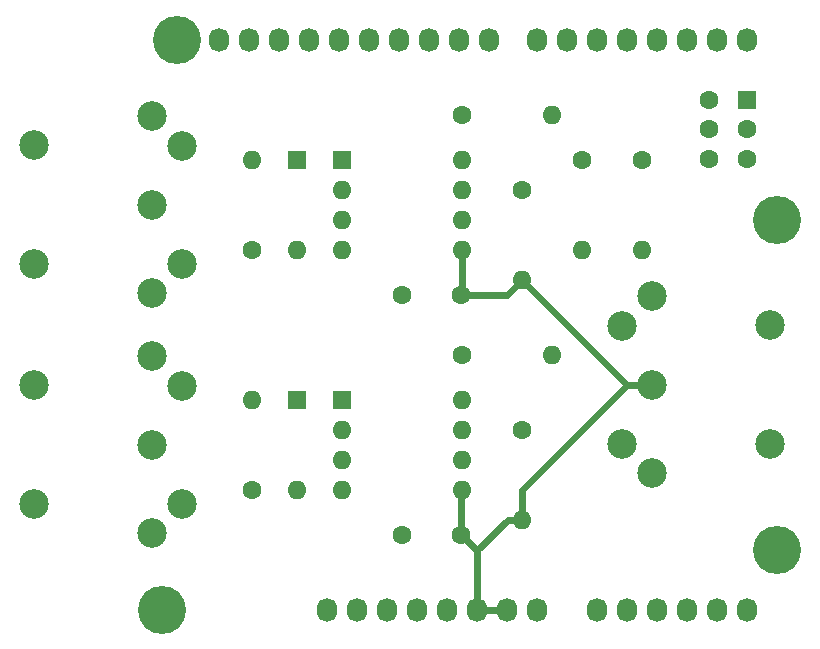
<source format=gbr>
%TF.GenerationSoftware,KiCad,Pcbnew,(6.0.5)*%
%TF.CreationDate,2022-06-13T14:52:15+01:00*%
%TF.ProjectId,ArduinoUnoMIDIMergeShield,41726475-696e-46f5-956e-6f4d4944494d,rev?*%
%TF.SameCoordinates,Original*%
%TF.FileFunction,Copper,L2,Bot*%
%TF.FilePolarity,Positive*%
%FSLAX46Y46*%
G04 Gerber Fmt 4.6, Leading zero omitted, Abs format (unit mm)*
G04 Created by KiCad (PCBNEW (6.0.5)) date 2022-06-13 14:52:15*
%MOMM*%
%LPD*%
G01*
G04 APERTURE LIST*
%TA.AperFunction,ComponentPad*%
%ADD10O,1.727200X2.032000*%
%TD*%
%TA.AperFunction,ComponentPad*%
%ADD11C,4.064000*%
%TD*%
%TA.AperFunction,ComponentPad*%
%ADD12R,1.600000X1.600000*%
%TD*%
%TA.AperFunction,ComponentPad*%
%ADD13O,1.600000X1.600000*%
%TD*%
%TA.AperFunction,WasherPad*%
%ADD14C,2.499360*%
%TD*%
%TA.AperFunction,ComponentPad*%
%ADD15C,2.499360*%
%TD*%
%TA.AperFunction,ComponentPad*%
%ADD16C,1.600000*%
%TD*%
%TA.AperFunction,Conductor*%
%ADD17C,0.600000*%
%TD*%
G04 APERTURE END LIST*
D10*
%TO.P,P1,1*%
%TO.N,Net-(P1-Pad1)*%
X138938000Y-123825000D03*
%TO.P,P1,2*%
%TO.N,/IOREF*%
X141478000Y-123825000D03*
%TO.P,P1,3*%
%TO.N,/Reset*%
X144018000Y-123825000D03*
%TO.P,P1,4*%
%TO.N,+3V3*%
X146558000Y-123825000D03*
%TO.P,P1,5*%
%TO.N,+5V*%
X149098000Y-123825000D03*
%TO.P,P1,6*%
%TO.N,GND*%
X151638000Y-123825000D03*
%TO.P,P1,7*%
X154178000Y-123825000D03*
%TO.P,P1,8*%
%TO.N,/Vin*%
X156718000Y-123825000D03*
%TD*%
%TO.P,P2,1*%
%TO.N,/A0*%
X161798000Y-123825000D03*
%TO.P,P2,2*%
%TO.N,/A1*%
X164338000Y-123825000D03*
%TO.P,P2,3*%
%TO.N,/A2*%
X166878000Y-123825000D03*
%TO.P,P2,4*%
%TO.N,/A3*%
X169418000Y-123825000D03*
%TO.P,P2,5*%
%TO.N,/A4(SDA)*%
X171958000Y-123825000D03*
%TO.P,P2,6*%
%TO.N,/A5(SCL)*%
X174498000Y-123825000D03*
%TD*%
%TO.P,P3,1*%
%TO.N,/A5(SCL)*%
X129794000Y-75565000D03*
%TO.P,P3,2*%
%TO.N,/A4(SDA)*%
X132334000Y-75565000D03*
%TO.P,P3,3*%
%TO.N,/AREF*%
X134874000Y-75565000D03*
%TO.P,P3,4*%
%TO.N,GND*%
X137414000Y-75565000D03*
%TO.P,P3,5*%
%TO.N,/13(SCK)*%
X139954000Y-75565000D03*
%TO.P,P3,6*%
%TO.N,/12(MISO)*%
X142494000Y-75565000D03*
%TO.P,P3,7*%
%TO.N,/11(\u002A\u002A/MOSI)*%
X145034000Y-75565000D03*
%TO.P,P3,8*%
%TO.N,/10(\u002A\u002A/SS)*%
X147574000Y-75565000D03*
%TO.P,P3,9*%
%TO.N,/9(\u002A\u002A)*%
X150114000Y-75565000D03*
%TO.P,P3,10*%
%TO.N,/8*%
X152654000Y-75565000D03*
%TD*%
%TO.P,P4,1*%
%TO.N,/7*%
X156718000Y-75565000D03*
%TO.P,P4,2*%
%TO.N,/6(\u002A\u002A)*%
X159258000Y-75565000D03*
%TO.P,P4,3*%
%TO.N,/5(\u002A\u002A)*%
X161798000Y-75565000D03*
%TO.P,P4,4*%
%TO.N,/4*%
X164338000Y-75565000D03*
%TO.P,P4,5*%
%TO.N,/3(\u002A\u002A)*%
X166878000Y-75565000D03*
%TO.P,P4,6*%
%TO.N,/2*%
X169418000Y-75565000D03*
%TO.P,P4,7*%
%TO.N,/1(Tx)*%
X171958000Y-75565000D03*
%TO.P,P4,8*%
%TO.N,/0(Rx)*%
X174498000Y-75565000D03*
%TD*%
D11*
%TO.P,P5,1*%
%TO.N,Net-(P5-Pad1)*%
X124968000Y-123825000D03*
%TD*%
%TO.P,P6,1*%
%TO.N,Net-(P6-Pad1)*%
X177038000Y-118745000D03*
%TD*%
%TO.P,P7,1*%
%TO.N,Net-(P7-Pad1)*%
X126238000Y-75565000D03*
%TD*%
%TO.P,P8,1*%
%TO.N,Net-(P8-Pad1)*%
X177038000Y-90805000D03*
%TD*%
D12*
%TO.P,D1,1*%
%TO.N,Net-(D1-Pad1)*%
X136398000Y-85725000D03*
D13*
%TO.P,D1,2*%
%TO.N,Net-(D1-Pad2)*%
X136398000Y-93345000D03*
%TD*%
D12*
%TO.P,D2,1*%
%TO.N,Net-(D2-Pad1)*%
X136398000Y-106045000D03*
D13*
%TO.P,D2,2*%
%TO.N,Net-(D2-Pad2)*%
X136398000Y-113665000D03*
%TD*%
D14*
%TO.P,IN1,*%
%TO.N,*%
X114160300Y-84533740D03*
X114160300Y-94536260D03*
D15*
%TO.P,IN1,1*%
%TO.N,Net-(IN1-Pad1)*%
X124155200Y-97033080D03*
%TO.P,IN1,2*%
%TO.N,Net-(IN1-Pad2)*%
X124157740Y-89535000D03*
%TO.P,IN1,3*%
%TO.N,Net-(IN1-Pad3)*%
X124155200Y-82036920D03*
%TO.P,IN1,4*%
%TO.N,Net-(IN1-Pad4)*%
X126657100Y-94531180D03*
%TO.P,IN1,5*%
%TO.N,Net-(D1-Pad2)*%
X126657100Y-84538820D03*
%TD*%
D14*
%TO.P,IN2,*%
%TO.N,*%
X114160300Y-114856260D03*
X114160300Y-104853740D03*
D15*
%TO.P,IN2,1*%
%TO.N,Net-(IN2-Pad1)*%
X124155200Y-117353080D03*
%TO.P,IN2,2*%
%TO.N,Net-(IN2-Pad2)*%
X124157740Y-109855000D03*
%TO.P,IN2,3*%
%TO.N,Net-(IN2-Pad3)*%
X124155200Y-102356920D03*
%TO.P,IN2,4*%
%TO.N,Net-(IN2-Pad4)*%
X126657100Y-114851180D03*
%TO.P,IN2,5*%
%TO.N,Net-(D2-Pad2)*%
X126657100Y-104858820D03*
%TD*%
D14*
%TO.P,OUT1,*%
%TO.N,*%
X176415700Y-99773740D03*
X176415700Y-109776260D03*
D15*
%TO.P,OUT1,1*%
%TO.N,Net-(OUT1-Pad1)*%
X166420800Y-97276920D03*
%TO.P,OUT1,2*%
%TO.N,GND*%
X166418260Y-104775000D03*
%TO.P,OUT1,3*%
%TO.N,Net-(OUT1-Pad3)*%
X166420800Y-112273080D03*
%TO.P,OUT1,4*%
%TO.N,Net-(OUT1-Pad4)*%
X163918900Y-99778820D03*
%TO.P,OUT1,5*%
%TO.N,Net-(OUT1-Pad5)*%
X163918900Y-109771180D03*
%TD*%
D16*
%TO.P,R1,1*%
%TO.N,Net-(IN1-Pad4)*%
X132588000Y-93345000D03*
D13*
%TO.P,R1,2*%
%TO.N,Net-(D1-Pad1)*%
X132588000Y-85725000D03*
%TD*%
D16*
%TO.P,R2,1*%
%TO.N,Net-(IN2-Pad4)*%
X132588000Y-113665000D03*
D13*
%TO.P,R2,2*%
%TO.N,Net-(D2-Pad1)*%
X132588000Y-106045000D03*
%TD*%
D16*
%TO.P,R3,1*%
%TO.N,Net-(R3-Pad1)*%
X155448000Y-88265000D03*
D13*
%TO.P,R3,2*%
%TO.N,GND*%
X155448000Y-95885000D03*
%TD*%
D16*
%TO.P,R4,1*%
%TO.N,Net-(R4-Pad1)*%
X155448000Y-108585000D03*
D13*
%TO.P,R4,2*%
%TO.N,GND*%
X155448000Y-116205000D03*
%TD*%
D16*
%TO.P,R5,1*%
%TO.N,+5V*%
X150368000Y-81915000D03*
D13*
%TO.P,R5,2*%
%TO.N,/2*%
X157988000Y-81915000D03*
%TD*%
D16*
%TO.P,R6,1*%
%TO.N,+5V*%
X150368000Y-102235000D03*
D13*
%TO.P,R6,2*%
%TO.N,Net-(R6-Pad2)*%
X157988000Y-102235000D03*
%TD*%
D16*
%TO.P,R7,1*%
%TO.N,+5V*%
X160528000Y-85725000D03*
D13*
%TO.P,R7,2*%
%TO.N,Net-(OUT1-Pad4)*%
X160528000Y-93345000D03*
%TD*%
D16*
%TO.P,R8,1*%
%TO.N,Net-(R8-Pad1)*%
X165608000Y-85725000D03*
D13*
%TO.P,R8,2*%
%TO.N,Net-(OUT1-Pad5)*%
X165608000Y-93345000D03*
%TD*%
D12*
%TO.P,SW1,1*%
%TO.N,/0(Rx)*%
X174498000Y-80645000D03*
D16*
%TO.P,SW1,2*%
%TO.N,Net-(R6-Pad2)*%
X174498000Y-83145000D03*
%TO.P,SW1,3*%
X174498000Y-85645000D03*
%TO.P,SW1,4*%
%TO.N,/1(Tx)*%
X171298000Y-80645000D03*
%TO.P,SW1,5*%
%TO.N,Net-(R8-Pad1)*%
X171298000Y-83145000D03*
%TO.P,SW1,6*%
X171298000Y-85645000D03*
%TD*%
D12*
%TO.P,6N138,1*%
%TO.N,Net-(U1-Pad1)*%
X140208000Y-85725000D03*
D13*
%TO.P,6N138,2*%
%TO.N,Net-(D1-Pad1)*%
X140208000Y-88265000D03*
%TO.P,6N138,3*%
%TO.N,Net-(D1-Pad2)*%
X140208000Y-90805000D03*
%TO.P,6N138,4*%
%TO.N,Net-(U1-Pad4)*%
X140208000Y-93345000D03*
%TO.P,6N138,5*%
%TO.N,GND*%
X150368000Y-93345000D03*
%TO.P,6N138,6*%
%TO.N,/2*%
X150368000Y-90805000D03*
%TO.P,6N138,7*%
%TO.N,Net-(R3-Pad1)*%
X150368000Y-88265000D03*
%TO.P,6N138,8*%
%TO.N,+5V*%
X150368000Y-85725000D03*
%TD*%
D12*
%TO.P,6N138,1*%
%TO.N,Net-(U2-Pad1)*%
X140208000Y-106045000D03*
D13*
%TO.P,6N138,2*%
%TO.N,Net-(D2-Pad1)*%
X140208000Y-108585000D03*
%TO.P,6N138,3*%
%TO.N,Net-(D2-Pad2)*%
X140208000Y-111125000D03*
%TO.P,6N138,4*%
%TO.N,Net-(U2-Pad4)*%
X140208000Y-113665000D03*
%TO.P,6N138,5*%
%TO.N,GND*%
X150368000Y-113665000D03*
%TO.P,6N138,6*%
%TO.N,Net-(R6-Pad2)*%
X150368000Y-111125000D03*
%TO.P,6N138,7*%
%TO.N,Net-(R4-Pad1)*%
X150368000Y-108585000D03*
%TO.P,6N138,8*%
%TO.N,+5V*%
X150368000Y-106045000D03*
%TD*%
D16*
%TO.P,C1,1*%
%TO.N,+5V*%
X145288000Y-97155000D03*
%TO.P,C1,2*%
%TO.N,GND*%
X150288000Y-97155000D03*
%TD*%
%TO.P,C2,1*%
%TO.N,+5V*%
X145288000Y-117475000D03*
%TO.P,C2,2*%
%TO.N,GND*%
X150288000Y-117475000D03*
%TD*%
D17*
%TO.N,GND*%
X151638000Y-118825000D02*
X150288000Y-117475000D01*
X155448000Y-116205000D02*
X154258000Y-116205000D01*
X164338000Y-104775000D02*
X155448000Y-113665000D01*
X154178000Y-97155000D02*
X155448000Y-95885000D01*
X155448000Y-95885000D02*
X164338000Y-104775000D01*
X154258000Y-116205000D02*
X151638000Y-118825000D01*
X150368000Y-93345000D02*
X150368000Y-97075000D01*
X150288000Y-117475000D02*
X150288000Y-113745000D01*
X166418260Y-104775000D02*
X164338000Y-104775000D01*
X155448000Y-113665000D02*
X155448000Y-116205000D01*
X154178000Y-123825000D02*
X151638000Y-123825000D01*
X151638000Y-123825000D02*
X151638000Y-118825000D01*
X150288000Y-97155000D02*
X154178000Y-97155000D01*
%TD*%
M02*

</source>
